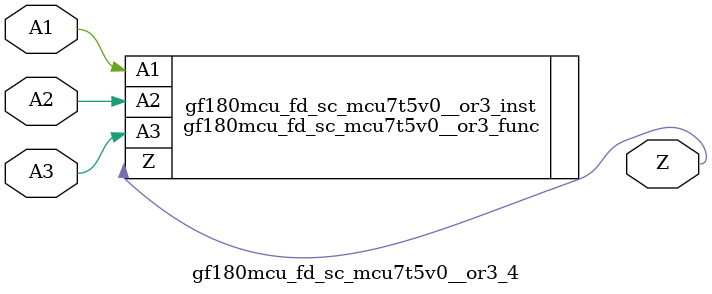
<source format=v>

`ifndef GF180MCU_FD_SC_MCU7T5V0__OR3_4_V
`define GF180MCU_FD_SC_MCU7T5V0__OR3_4_V

`include "gf180mcu_fd_sc_mcu7t5v0__or3.v"

`ifdef USE_POWER_PINS
module gf180mcu_fd_sc_mcu7t5v0__or3_4( A3, A2, A1, Z, VDD, VSS );
inout VDD, VSS;
`else // If not USE_POWER_PINS
module gf180mcu_fd_sc_mcu7t5v0__or3_4( A3, A2, A1, Z );
`endif // If not USE_POWER_PINS
input A1, A2, A3;
output Z;

`ifdef USE_POWER_PINS
  gf180mcu_fd_sc_mcu7t5v0__or3_func gf180mcu_fd_sc_mcu7t5v0__or3_inst(.A3(A3),.A2(A2),.A1(A1),.Z(Z),.VDD(VDD),.VSS(VSS));
`else // If not USE_POWER_PINS
  gf180mcu_fd_sc_mcu7t5v0__or3_func gf180mcu_fd_sc_mcu7t5v0__or3_inst(.A3(A3),.A2(A2),.A1(A1),.Z(Z));
`endif // If not USE_POWER_PINS

`ifndef FUNCTIONAL
	// spec_gates_begin


	// spec_gates_end



   specify

	// specify_block_begin

	// comb arc A1 --> Z
	 (A1 => Z) = (1.0,1.0);

	// comb arc A2 --> Z
	 (A2 => Z) = (1.0,1.0);

	// comb arc A3 --> Z
	 (A3 => Z) = (1.0,1.0);

	// specify_block_end

   endspecify

   `endif

endmodule
`endif // GF180MCU_FD_SC_MCU7T5V0__OR3_4_V

</source>
